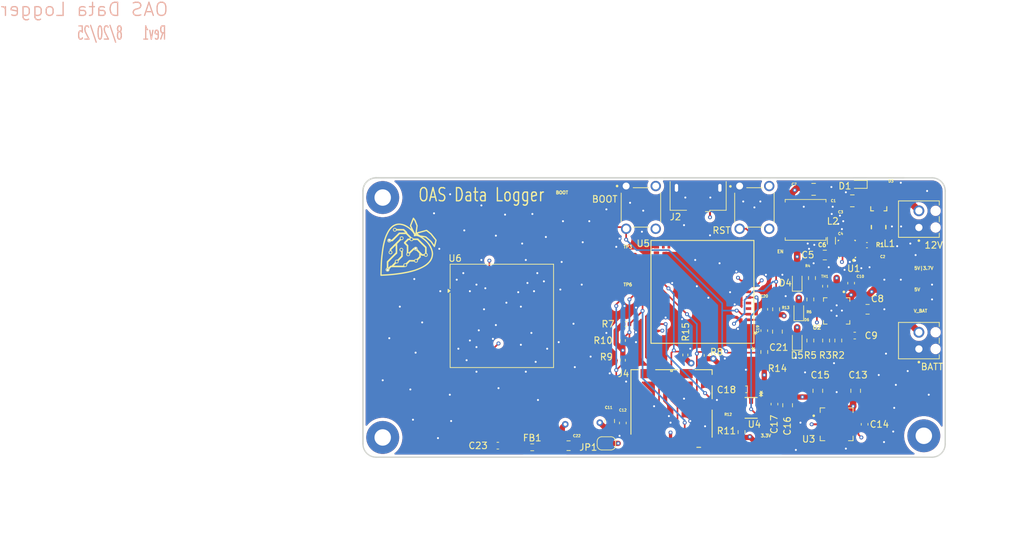
<source format=kicad_pcb>
(kicad_pcb (version 20241229) (generator "pcbnew") (generator_version "9.0")
  (layers (0 "F.Cu" signal) (4 "In1.Cu" power) (6 "In2.Cu" power) (2 "B.Cu" signal) (13 "F.Paste" user) (15 "B.Paste" user) (5 "F.SilkS" user "F.Silkscreen") (7 "B.SilkS" user "B.Silkscreen") (1 "F.Mask" user) (3 "B.Mask" user) (25 "Edge.Cuts" user))
  (net 0 "")
  (net 1 "GND")
  (net 2 "+12V")
  (net 3 "Net-(C2-Pad1)")
  (net 4 "Net-(U1-VCC)")
  (net 5 "Net-(U1-SW)")
  (net 7 "Net-(U1-BOOT)")
  (net 8 "+5V")
  (net 9 "/V_BAT")
  (net 10 "/5V_3.3V LDO/5V{slash}3.7V")
  (net 11 "/EN_SWITCH/V_OUT")
  (net 12 "Net-(U3-NR)")
  (net 13 "/5V_3.3V LDO/3.3V")
  (net 14 "Net-(U6-VCC)")
  (net 15 "/D+")
  (net 16 "/D-")
  (net 17 "Net-(D4-K)")
  (net 18 "Net-(D5-K)")
  (net 19 "Net-(D6-K)")
  (net 20 "/CMD")
  (net 21 "/SW_DET")
  (net 22 "/CLK")
  (net 23 "/DAT1")
  (net 24 "/DAT2")
  (net 25 "/DAT3")
  (net 26 "/DAT0")
  (net 27 "Net-(JP1-B)")
  (net 28 "Net-(U2-PROG1)")
  (net 29 "Net-(U2-PROG3)")
  (net 30 "Net-(U2-~{PG})")
  (net 31 "Net-(U2-STAT1{slash}*LBO)")
  (net 32 "Net-(U2-STAT2)")
  (net 33 "Net-(U4-*FAULT)")
  (net 34 "Net-(U4-ILIM)")
  (net 35 "Net-(U5-EN)")
  (net 36 "Net-(U5-IO0)")
  (net 37 "Net-(U2-THERM)")
  (net 38 "/RXD")
  (net 39 "/TXD")
  (net 46 "/EN")
  (net 54 "/EXTINT")
  (net 67 "/1SEC")
  (net 73 "/ESP32-S3-MINI-1U/IO35")
  (net 74 "/ESP32-S3-MINI-1U/TXD")
  (net 75 "/ESP32-S3-MINI-1U/IO34")
  (net 76 "/ESP32-S3-MINI-1U/RXD")
  (net 77 "/12V_5V BUCK/V_IN_BUCK")
  (net 78 "/12V_5V BUCK/PI_IN")
  (footprint "Capacitor_SMD:C_0603_1608Metric" (layer "F.Cu") (at 191.8782 94.7824 90)
    (property "Reference" "C10")
    (property "Value" "4.7uF")
  )
  (footprint "Resistor_SMD:R_0603_1608Metric" (layer "F.Cu") (at 188.0782 103.5074 -90)
    (property "Reference" "R3")
    (property "Value" "10k")
  )
  (footprint "footprints:CAPC1005X55N" (layer "F.Cu") (at 188.8782 88.3274 90)
    (property "Reference" "C6")
    (property "Value" "100nF")
  )
  (footprint "Resistor_SMD:R_0603_1608Metric" (layer "F.Cu") (at 185.6782 97.2574 -90)
    (property "Reference" "R6")
    (property "Value" "470")
  )
  (footprint "Capacitor_SMD:C_0805_2012Metric" (layer "F.Cu") (at 187.8782 90.5074 180)
    (property "Reference" "C5")
    (property "Value" "1uF")
  )
  (footprint "Resistor_SMD:R_0402_1005Metric" (layer "F.Cu") (at 169.9282 105.7674 90)
    (property "Reference" "R8")
    (property "Value" "10k")
  )
  (footprint "footprints:TP_245X165" (layer "F.Cu") (at 199.4282 99.0074)
    (property "Reference" "V_BAT")
    (property "Value" "V_BAT")
  )
  (footprint "Capacitor_SMD:C_0603_1608Metric" (layer "F.Cu") (at 180.224 113.1856 -90)
    (property "Reference" "C17")
    (property "Value" "0.1uF")
  )
  (footprint "Resistor_SMD:R_0603_1608Metric" (layer "F.Cu") (at 189.9282 103.5074 -90)
    (property "Reference" "R2")
    (property "Value" "1k")
  )
  (footprint "Diode_SMD:D_SOD-523" (layer "F.Cu") (at 193.0582 79.7574 180)
    (property "Reference" "D1")
    (property "Value" "TVS")
  )
  (footprint "footprints:TP_245X165" (layer "F.Cu") (at 150.6782 81.0074)
    (property "Reference" "BOOT")
    (property "Value" "BOOT")
  )
  (footprint "Capacitor_SMD:C_0805_2012Metric" (layer "F.Cu") (at 186.8182 111.1574 90)
    (property "Reference" "C15")
    (property "Value" "10uF")
  )
  (footprint "Capacitor_SMD:C_0805_2012Metric" (layer "F.Cu") (at 148.9282 119.5074)
    (property "Reference" "C22")
    (property "Value" "10uF")
  )
  (footprint "footprints:PHOENIX_1725656" (layer "F.Cu") (at 205.2782 106.2974 90)
    (property "Reference" "BATT")
    (property "Value" "BATTERY_PLUG")
  )
  (footprint "LED_SMD:LED_0603_1608Metric" (layer "F.Cu") (at 183.9282 99.0074 90)
    (property "Reference" "D6")
    (property "Value" "LED")
  )
  (footprint "footprints:PHOENIX_1725656" (layer "F.Cu") (at 205.2782 87.8149 90)
    (property "Reference" "12V")
    (property "Value" "12V_Tractor")
  )
  (footprint "footprints:CAPC2012X94N" (layer "F.Cu") (at 192.5582 87.0074 180)
    (property "Reference" "C4")
    (property "Value" "100nF")
  )
  (footprint "Resistor_SMD:R_0402_1005Metric" (layer "F.Cu") (at 187.9282 95.2474 -90)
    (property "Reference" "TH1")
    (property "Value" "10k")
  )
  (footprint "Resistor_SMD:R_0603_1608Metric" (layer "F.Cu") (at 185.9282 94.0074 -90)
    (property "Reference" "R4")
    (property "Value" "470")
  )
  (footprint "footprints:SW_TL1105TF160Q" (layer "F.Cu") (at 177.1782 83.2574 -90)
    (property "Reference" "RST")
    (property "Value" "RESET")
  )
  (footprint "LED_SMD:LED_0603_1608Metric" (layer "F.Cu") (at 183.6782 94.5074 90)
    (property "Reference" "D4")
    (property "Value" "LED")
  )
  (footprint "Capacitor_SMD:C_0603_1608Metric" (layer "F.Cu") (at 157.1782 116.0574 90)
    (property "Reference" "C12")
    (property "Value" "0.1uF")
  )
  (footprint "Capacitor_SMD:C_0805_2012Metric" (layer "F.Cu") (at 182.224 113.3574 -90)
    (property "Reference" "C16")
    (property "Value" "10uF")
  )
  (footprint "footprints:TP_245X165" (layer "F.Cu") (at 157.9282 93.2574)
    (property "Reference" "TP6")
    (property "Value" "TXD")
  )
  (footprint "Resistor_SMD:R_0603_1608Metric" (layer "F.Cu") (at 185.6782 103.5074 90)
    (property "Reference" "R5")
    (property "Value" "470")
  )
  (footprint "footprints:RPE0009A-MFG" (layer "F.Cu") (at 191.237731 89.5824 180)
    (property "Reference" "U1")
    (property "Value" "LMR43620MSC5-Q1RPE")
  )
  (footprint "footprints:CAPC3216X190N" (layer "F.Cu") (at 186.1782 80.5074)
    (property "Reference" "C7")
    (property "Value" "22uF")
  )
  (footprint "footprints:CAPC3216X190N" (layer "F.Cu") (at 192.0582 82.2574 180)
    (property "Reference" "C1")
    (property "Value" "10uF")
  )
  (footprint "footprints:CR_SMP_DO-220AA_VIS" (layer "F.Cu") (at 196.0782 81.8556)
    (property "Reference" "D3")
    (property "Value" "D_Schottky")
  )
  (footprint "LED_SMD:LED_0603_1608Metric" (layer "F.Cu") (at 183.6782 103.5074 90)
    (property "Reference" "D5")
    (property "Value" "LED")
  )
  (footprint "footprints:RES_ERJ3EKF10R0V" (layer "F.Cu") (at 194.2832 89.0074)
    (property "Reference" "R1")
    (property "Value" "10")
  )
  (footprint "Resistor_SMD:R_0603_1608Metric" (layer "F.Cu") (at 180.4782 98.7574 90)
    (property "Reference" "R13")
    (property "Value" "10k")
  )
  (footprint "footprints:CAPC2012X150N" (layer "F.Cu") (at 192.5582 84.7574 180)
    (property "Reference" "C3")
    (property "Value" "4.7uF")
  )
  (footprint "footprints:ESP32-S3-MINI-1U_EXP" (layer "F.Cu") (at 169.2782 96.1074 180)
    (property "Reference" "U5")
    (property "Value" "ESP32-S3-MINI-1U-N8")
  )
  (footprint "Capacitor_SMD:C_0805_2012Metric" (layer "F.Cu") (at 155.1782 115.7574 90)
    (property "Reference" "C11")
    (property "Value" "10uF")
  )
  (footprint "Resistor_SMD:R_0402_1005Metric" (layer "F.Cu") (at 157.6782 101.0074)
    (property "Reference" "R7")
    (property "Value" "10k")
  )
  (footprint "footprints:CAPC2012X150N" (layer "F.Cu") (at 194.4782 90.7574 180)
    (property "Reference" "C2")
    (property "Value" "4.7uF")
  )
  (footprint "Connector_USB:USB_Micro-B_Amphenol_10118193-0001LF_Horizontal" (layer "F.Cu") (at 168.6282 80.2824 180)
    (property "Reference" "J2")
    (property "Value" "USB_B_Micro")
  )
  (footprint "footprints:TP_245X165" (layer "F.Cu") (at 199.4282 95.7574)
    (property "Reference" "5V")
    (property "Value" "5V")
  )
  (footprint "MountingHole:MountingHole_2.5mm_Pad" (layer "F.Cu") (at 120.6782 81.7574)
    (property "Reference" "REF**" (hide yes))
    (property "Value" "MountingHole_2.5mm_Pad")
  )
  (footprint "Capacitor_SMD:C_0603_1608Metric" (layer "F.Cu") (at 178.6782 98.7574 90)
    (property "Reference" "C20")
    (property "Value" "1uF")
  )
  (footprint "footprints:104031-0811_MOL" (layer "F.Cu") (at 164.5782 113.8574)
    (property "Reference" "J4")
    (property "Value" "MICRO_SD")
  )
  (footprint "footprints:SW_TL1105TF160Q" (layer "F.Cu") (at 159.9282 83.2574 -90)
    (property "Reference" "BOOT")
    (property "Value" "BOOT")
  )
  (footprint "Capacitor_SMD:C_0603_1608Metric" (layer "F.Cu") (at 192.4282 102.7574)
    (property "Reference" "C9")
    (property "Value" "4.7uF")
  )
  (footprint "Capacitor_SMD:C_0603_1608Metric" (layer "F.Cu") (at 138.1782 119.5074 180)
    (property "Reference" "C23")
    (property "Value" "1uF")
  )
  (footprint "Resistor_SMD:R_0402_1005Metric" (layer "F.Cu") (at 157.1782 103.5074 90)
    (property "Reference" "R10")
    (property "Value" "10k")
  )
  (footprint "MountingHole:MountingHole_2.5mm_Pad" (layer "F.Cu") (at 120.6782 118.2574)
    (property "Reference" "REF**" (hide yes))
    (property "Value" "MountingHole_2.5mm_Pad")
  )
  (footprint "Resistor_SMD:R_0603_1608Metric" (layer "F.Cu") (at 143.4032 119.7574)
    (property "Reference" "FB1")
    (property "Value" "FerriteBead")
  )
  (footprint "Capacitor_SMD:C_0805_2012Metric" (layer "F.Cu") (at 180.6782 102.1574 -90)
    (property "Reference" "C21")
    (property "Value" "10uF")
  )
  (footprint "Capacitor_SMD:C_0805_2012Metric" (layer "F.Cu") (at 194.3782 98.7574)
    (property "Reference" "C8")
    (property "Value" "10uF")
  )
  (footprint "footprints:strawberry_silkscreen_small" (layer "F.Cu") (at 124.6282 89.4574)
    (property "Reference" "G***" (hide yes))
    (property "Value" "LOGO" (hide yes))
  )
  (footprint "Jumper:SolderJumper-2_P1.3mm_Open_RoundedPad1.0x1.5mm" (layer "F.Cu") (at 154.6782 119.1574 180)
    (property "Reference" "JP1")
    (property "Value" "Jumper_2_Open")
  )
  (footprint "Capacitor_SMD:C_0603_1608Metric" (layer "F.Cu") (at 175.974 110.9356)
    (property "Reference" "C18")
    (property "Value" "0.1uF")
  )
  (footprint "Inductor_SMD:L_TDK_VLS6045EX_VLS6045AF" (layer "F.Cu") (at 184.9582 85.1574 180)
    (property "Reference" "L2")
    (property "Value" "2.2uH")
  )
  (footprint "footprints:QFN65P500X500X100-21N" (layer "F.Cu") (at 189.6782 116.2574)
    (property "Reference" "U3")
    (property "Value" "TPS7A4700RGWR")
  )
  (footprint "MountingHole:MountingHole_2.5mm_Pad" (layer "F.Cu") (at 202.9282 118.0074)
    (property "Reference" "REF**" (hide yes))
    (property "Value" "MountingHole_2.5mm_Pad")
  )
  (footprint "footprints:RESC1005X35N" (layer "F.Cu") (at 173.224 113.6856 180)
    (property "Reference" "R12")
    (property "Value" "40k")
  )
  (footprint "footprints:TP_245X165" (layer "F.Cu") (at 157.9282 91.0074)
    (property "Reference" "TP3")
    (property "Value" "RXD")
  )
  (footprint "Capacitor_SMD:C_0805_2012Metric" (layer "F.Cu") (at 192.5682 111.1574 90)
    (property "Reference" "C13")
    (property "Value" "10uF")
  )
  (footprint "Capacitor_SMD:C_0603_1608Metric" (layer "F.Cu") (at 193.9282 116.2574 -90)
    (property "Reference" "C14")
    (property "Value" "1uF")
  )
  (footprint "footprints:WE-MAPI_2510" (layer "F.Cu") (at 196.0582 86.2574 -90)
    (property "Reference" "L1")
    (property "Value" "330nH")
  )
  (footprint "Resistor_SMD:R_0603_1608Metric" (layer "F.Cu") (at 175.224 117.4356 90)
    (property "Reference" "R11")
    (property "Value" "10k")
  )
  (footprint "Resistor_SMD:R_0603_1608Metric" (layer "F.Cu") (at 178.6782 105.2574 90)
    (property "Reference" "R14")
    (property "Value" "10k")
  )
  (footprint "Capacitor_SMD:C_0603_1608Metric" (layer "F.Cu") (at 178.6782 102.0074 -90)
    (property "Reference" "C19")
    (property "Value" "0.1uF")
  )
  (footprint "RF_GPS:ublox_SAM-M8Q" (layer "F.Cu") (at 138.7907 99.7574)
    (property "Reference" "U6")
    (property "Value" "SAM-M10Q")
  )
  (footprint "footprints:TP_245X165" (layer "F.Cu") (at 199.4282 92.5074)
    (property "Reference" "5V|3.7V")
    (property "Value" "V_BAT_IC")
  )
  (footprint "footprints:TP_245X165" (layer "F.Cu") (at 179.6782 119.5574)
    (property "Reference" "3.3V")
    (property "Value" "3.3V")
  )
  (footprint "Resistor_SMD:R_0402_1005Metric" (layer "F.Cu") (at 166.6782 105.7074 90)
    (property "Reference" "R15")
    (property "Value" "10k")
  )
  (footprint "footprints:SOT26-A1-AP22653Q_DIO" (layer "F.Cu") (at 176.6782 113.7574 180)
    (property "Reference" "U4")
    (property "Value" "AP22653QW6-7")
  )
  (footprint "footprints:QFN50P400X400X100-21N" (layer "F.Cu") (at 189.6782 99.0074 -90)
    (property "Reference" "U2")
    (property "Value" "MCP73871-2CCI_ML")
  )
  (footprint "Resistor_SMD:R_0402_1005Metric" (layer "F.Cu") (at 157.1782 106.5074 -90)
    (property "Reference" "R9")
    (property "Value" "10k")
  )
  (footprint "footprints:TP_245X165" (layer "F.Cu") (at 181.0782 91.5574)
    (property "Reference" "EN")
    (property "Value" "EN")
  )
  (gr_line (start 117.6782 119.2574) (end 117.6782 80.7574) (stroke (width 0.2)) (layer "Edge.Cuts"))
  (gr_arc (start 204.1782 78.7574) (mid 205.592414 79.343186) (end 206.1782 80.7574) (stroke (width 0.2)) (layer "Edge.Cuts"))
  (gr_line (start 119.6782 78.7574) (end 204.1782 78.7574) (stroke (width 0.2)) (layer "Edge.Cuts"))
  (gr_arc (start 117.6782 80.7574) (mid 118.263986 79.343186) (end 119.6782 78.7574) (stroke (width 0.2)) (layer "Edge.Cuts"))
  (gr_arc (start 119.6782 121.2574) (mid 118.263986 120.671614) (end 117.6782 119.2574) (stroke (width 0.2)) (layer "Edge.Cuts"))
  (gr_line (start 206.1782 80.7574) (end 206.1782 119.2574) (stroke (width 0.2)) (layer "Edge.Cuts"))
  (gr_line (start 204.1782 121.2574) (end 119.6782 121.2574) (stroke (width 0.2)) (layer "Edge.Cuts"))
  (gr_line (start 119.6782 78.7574) (end 199.9282 78.7574) (stroke (width 0.2)) (layer "Edge.Cuts"))
  (gr_arc (start 117.6782 80.7574) (mid 118.263986 79.343186) (end 119.6782 78.7574) (stroke (width 0.2)) (layer "Edge.Cuts"))
  (gr_arc (start 206.1782 119.2574) (mid 205.592414 120.671614) (end 204.1782 121.2574) (stroke (width 0.2)) (layer "Edge.Cuts"))
  (gr_line (start 117.6782 119.2574) (end 117.6782 80.7574) (stroke (width 0.2)) (layer "Edge.Cuts"))
  (gr_text "OAS Data Logger" (at 125.9782 82.5074 0) (layer "F.SilkS") (effects (font (size 2 1.5) (thickness 0.2)) (justify left bottom)))
  (gr_text "OAS Data Logger" (at 88.2282 54.3042 0) (layer "B.SilkS") (effects (font (size 2 2) (thickness 0.2)) (justify left bottom mirror)))
  (gr_text "Rev1    8/20/25\n" (at 87.8782 57.9042 0) (layer "B.SilkS") (effects (font (size 2 1) (thickness 0.2)) (justify left bottom mirror)))
  (segment (start 189.6782 97.0724) (end 189.6782 99.0074) (width 0.2) (layer "F.Cu") (net 1))
  (segment (start 173.4282 96.1074) (end 173.4782 96.1574) (width 0.25) (layer "F.Cu") (net 1))
  (segment (start 193.8082 91.0074) (end 193.8082 90.2074) (width 0.25) (layer "F.Cu") (net 1))
  (segment (start 188.6782 100.9424) (end 187.7942 100.0584) (width 0.25) (layer "F.Cu") (net 1))
  (segment (start 187.7942 100.0584) (end 187.7432 100.0584) (width 0.25) (layer "F.Cu") (net 1))
  (via (at 186.1782 91.7574) (size 0.6) (drill 0.3) (layers "F.Cu" "B.Cu") (net 1))
  (via (at 185.2782 88.7574) (size 0.6) (drill 0.3) (layers "F.Cu" "B.Cu") (net 1))
  (via (at 133.9282 96.0074) (size 0.6) (drill 0.3) (layers "F.Cu" "B.Cu") (net 1))
  (via (at 198.2782 117.3574) (size 0.6) (drill 0.3) (layers "F.Cu" "B.Cu") (net 1))
  (via (at 198.8782 89.1574) (size 0.6) (drill 0.3) (layers "F.Cu" "B.Cu") (net 1))
  (via (at 204.1782 97.2574) (size 0.6) (drill 0.3) (layers "F.Cu" "B.Cu") (net 1))
  (via (at 141.6782 104.1574) (size 0.6) (drill 0.3) (layers "F.Cu" "B.Cu") (net 1))
  (via (at 171.4782 112.5574) (size 0.6) (drill 0.3) (layers "F.Cu" "B.Cu") (net 1))
  (via (at 170.4282 87.5074) (size 0.6) (drill 0.3) (layers "F.Cu" "B.Cu") (net 1))
  (via (at 173.4782 96.1574) (size 0.6) (drill 0.3) (layers "F.Cu" "B.Cu") (net 1))
  (via (at 120.6782 109.5574) (size 0.6) (drill 0.3) (layers "F.Cu" "B.Cu") (net 1))
  (via (at 160.0782 86.9574) (size 0.6) (drill 0.3) (layers "F.Cu" "B.Cu") (net 1))
  (via (at 134.9282 104.5074) (size 0.6) (drill 0.3) (layers "F.Cu" "B.Cu") (net 1))
  (via (at 143.2782 102.3574) (size 0.6) (drill 0.3) (layers "F.Cu" "B.Cu") (net 1))
  (via (at 190.8782 92.7574) (size 0.6) (drill 0.3) (layers "F.Cu" "B.Cu") (net 1))
  (via (at 198.6782 110.2574) (size 0.6) (drill 0.3) (layers "F.Cu" "B.Cu") (net 1))
  (via (at 147.4282 103.7574) (size 0.6) (drill 0.3) (layers "F.Cu" "B.Cu") (net 1))
  (via (at 184.1782 116.0074) (size 0.6) (drill 0.3) (layers "F.Cu" "B.Cu") (net 1))
  (via (at 152.2782 105.9574) (size 0.6) (drill 0.3) (layers "F.Cu" "B.Cu") (net 1))
  (via (at 199.4282 79.5074) (size 0.6) (drill 0.3) (layers "F.Cu" "B.Cu") (net 1))
  (via (at 172.6782 106.2574) (size 0.6) (drill 0.3) (layers "F.Cu" "B.Cu") (net 1))
  (via (at 186.2782 88.9574) (size 0.6) (drill 0.3) (layers "F.Cu" "B.Cu") (net 1))
  (via (at 188.9282 84.2574) (size 0.6) (drill 0.3) (layers "F.Cu" "B.Cu") (net 1))
  (via (at 130.9282 81.2574) (size 0.6) (drill 0.3) (layers "F.Cu" "B.Cu") (net 1))
  (via (at 189.0782 83.1574) (size 0.6) (drill 0.3) (layers "F.Cu" "B.Cu") (net 1))
  (via (at 141.2782 96.1574) (size 0.6) (drill 0.3) (layers "F.Cu" "B.Cu") (net 1))
  (via (at 142.4282 108.2574) (size 0.6) (drill 0.3) (layers "F.Cu" "B.Cu") (net 1))
  (via (at 135.6782 91.2574) (size 0.6) (drill 0.3) (layers "F.Cu" "B.Cu") (net 1))
  (via (at 136.2782 95.5574) (size 0.6) (drill 0.3) (layers "F.Cu" "B.Cu") (net 1))
  (via (at 137.4282 103.2574) (size 0.6) (drill 0.3) (layers "F.Cu" "B.Cu") (net 1))
  (via (at 143.9282 106.7574) (size 0.6) (drill 0.3) (layers "F.Cu" "B.Cu") (net 1))
  (via (at 156.6782 88.0074) (size 0.6) (drill 0.3) (layers "F.Cu" "B.Cu") (net 1))
  (via (at 133.9282 103.5074) (size 0.6) (drill 0.3) (layers "F.Cu" "B.Cu") (net 1))
  (via (at 141.6782 98.3574) (size 0.6) (drill 0.3) (layers "F.Cu" "B.Cu") (net 1))
  (via (at 183.4782 120.1574) (size 0.6) (drill 0.3) (layers "F.Cu" "B.Cu") (net 1))
  (via (at 125.6782 89.5074) (size 0.6) (drill 0.3) (layers "F.Cu" "B.Cu") (net 1))
  (via (at 190.1782 84.5074) (size 0.6) (drill 0.3) (layers "F.Cu" "B.Cu") (net 1))
  (via (at 149.8782 107.5574) (size 0.6) (drill 0.3) (layers "F.Cu" "B.Cu") (net 1))
  (via (at 166.1782 100.2574) (size 0.6) (drill 0.3) (layers "F.Cu" "B.Cu") (net 1))
  (via (at 203.4282 80.7574) (size 0.6) (drill 0.3) (layers "F.Cu" "B.Cu") (net 1))
  (via (at 174.4282 93.0074) (size 0.6) (drill 0.3) (layers "F.Cu" "B.Cu") (net 1))
  (via (at 137.8782 101.1574) (size 0.6) (drill 0.3) (layers "F.Cu" "B.Cu") (net 1))
  (via (at 156.1782 89.2574) (size 0.6) (drill 0.3) (layers "F.Cu" "B.Cu") (net 1))
  (via (at 188.4782 92.3574) (size 0.6) (drill 0.3) (layers "F.Cu" "B.Cu") (net 1))
  (via (at 158.2782 82.5574) (size 0.6) (drill 0.3) (layers "F.Cu" "B.Cu") (net 1))
  (via (at 196.0782 108.7574) (size 0.6) (drill 0.3) (layers "F.Cu" "B.Cu") (net 1))
  (via (at 168.4282 95.2574) (size 0.6) (drill 0.3) (layers "F.Cu" "B.Cu") (net 1))
  (via (at 197.1782 105.5074) (size 0.6) (drill 0.3) (layers "F.Cu" "B.Cu") (net 1))
  (via (at 136.0782 98.7574) (size 0.6) (drill 0.3) (layers "F.Cu" "B.Cu") (net 1))
  (via (at 190.6782 85.3574) (size 0.6) (drill 0.3) (layers "F.Cu" "B.Cu") (net 1))
  (via (at 190.4782 86.5574) (size 0.6) (drill 0.3) (layers "F.Cu" "B.Cu") (net 1))
  (via (at 159.1782 103.7574) (size 0.6) (drill 0.3) (layers "F.Cu" "B.Cu") (net 1))
  (via (at 145.4782 87.7574) (size 0.6) (drill 0.3) (layers "F.Cu" "B.Cu") (net 1))
  (via (at 194.6782 92.3574) (size 0.6) (drill 0.3) (layers "F.Cu" "B.Cu") (net 1))
  (via (at 143.4282 84.2574) (size 0.6) (drill 0.3) (layers "F.Cu" "B.Cu") (net 1))
  (via (at 198.0782 86.1574) (size 0.6) (drill 0.3) (layers "F.Cu" "B.Cu") (net 1))
  (via (at 159.1782 102.2574) (size 0.6) (drill 0.3) (layers "F.Cu" "B.Cu") (net 1))
  (via (at 123.2782 98.3574) (size 0.6) (drill 0.3) (layers "F.Cu" "B.Cu") (net 1))
  (via (at 125.4782 94.1574) (size 0.6) (drill 0.3) (layers "F.Cu" "B.Cu") (net 1))
  (via (at 189.6782 99.7574) (size 0.6) (drill 0.3) (layers "F.Cu" "B.Cu") (net 1))
  (via (at 139.2782 84.3574) (size 0.6) (drill 0.3) (layers "F.Cu" "B.Cu") (net 1))
  (via (at 159.1782 98.5074) (size 0.6) (drill 0.3) (layers "F.Cu" "B.Cu") (net 1))
  (via (at 141.8782 88.7574) (size 0.6) (drill 0.3) (layers "F.Cu" "B.Cu") (net 1))
  (via (at 163.6782 100.0074) (size 0.6) (drill 0.3) (layers "F.Cu" "B.Cu") (net 1))
  (via (at 132.1782 104.7574) (size 0.6) (drill 0.3) (layers "F.Cu" "B.Cu") (net 1))
  (via (at 198.4282 113.7574) (size 0.6) (drill 0.3) (layers "F.Cu" "B.Cu") (net 1))
  (via (at 177.1782 83.2574) (size 0.6) (drill 0.3) (layers "F.Cu" "B.Cu") (net 1))
  (via (at 175.4782 82.3574) (size 0.6) (drill 0.3) (layers "F.Cu" "B.Cu") (net 1))
  (via (at 171.8782 91.7574) (size 0.6) (drill 0.3) (layers "F.Cu" "B.Cu") (net 1))
  (via (at 191.0782 119.9574) (size 0.6) (drill 0.3) (layers "F.Cu" "B.Cu") (net 1))
  (via (at 183.4782 106.1574) (size 0.6) (drill 0.3) (layers "F.Cu" "B.Cu") (net 1))
  (via (at 155.1782 108.5074) (size 0.6) (drill 0.3) (layers "F.Cu" "B.Cu") (net 1))
  (via (at 169.6782 116.5574) (size 0.6) (drill 0.3) (layers "F.Cu" "B.Cu") (net 1))
  (via (at 157.4282 98.2574) (size 0.6) (drill 0.3) (layers "F.Cu" "B.Cu") (net 1))
  (via (at 170.1782 97.0074) (size 0.6) (drill 0.3) (layers "F.Cu" "B.Cu") (net 1))
  (via (at 167.4282 104.7574) (size 0.6) (drill 0.3) (layers "F.Cu" "B.Cu") (net 1))
  (via (at 131.9282 94.2574) (size 0.6) (drill 0.3) (layers "F.Cu" "B.Cu") (net 1))
  (via (at 135.2782 101.9574) (size 0.6) (drill 0.3) (layers "F.Cu" "B.Cu") (net 1))
  (via (at 164.6782 94.7574) (size 0.6) (drill 0.3) (layers "F.Cu" "B.Cu") (net 1))
  (via (at 154.6782 102.3574) (size 0.6) (drill 0.3) (layers "F.Cu" "B.Cu") (net 1))
  (via (at 178.9282 93.5074) (size 0.6) (drill 0.3) (layers "F.Cu" "B.Cu") (net 1))
  (via (at 188.8782 80.1574) (size 0.6) (drill 0.3) (layers "F.Cu" "B.Cu") (net 1))
  (via (at 181.9282 96.7574) (size 0.6) (drill 0.3) (layers "F.Cu" "B.Cu") (net 1))
  (via (at 166.6782 81.7574) (size 0.6) (drill 0.3) (layers "F.Cu" "B.Cu") (net 1))
  (via (at 130.8782 111.7574) (size 0.6) (drill 0.3) (layers "F.Cu" "B.Cu") (net 1))
  (via (at 142.6782 94.7574) (size 0.6) (drill 0.3) (layers "F.Cu" "B.Cu") (net 1))
  (via (at 174.6782 101.7574) (size 0.6) (drill 0.3) (layers "F.Cu" "B.Cu") (net 1))
  (via (at 166.4782 85.9574) (size 0.6) (drill 0.3) (layers "F.Cu" "B.Cu") (net 1))
  (via (at 199.4282 94.2574) (size 0.6) (drill 0.3) (layers "F.Cu" "B.Cu") (net 1))
  (via (at 121.6782 103.1574) (size 0.6) (drill 0.3) (layers "F.Cu" "B.Cu") (net 1))
  (via (at 185.4782 89.5574) (size 0.6) (drill 0.3) (layers "F.Cu" "B.Cu") (net 1))
  (via (at 189.2782 106.9574) (size 0.6) (drill 0.3) (layers "F.Cu" "B.Cu") (net 1))
  (via (at 204.1782 95.0074) (size 0.6) (drill 0.3) (layers "F.Cu" "B.Cu") (net 1))
  (via (at 156.6782 118.0074) (size 0.6) (drill 0.3) (layers "F.Cu" "B.Cu") (net 1))
  (via (at 139.4782 97.7574) (size 0.6) (drill 0.3) (layers "F.Cu" "B.Cu") (net 1))
  (via (at 129.4282 96.0074) (size 0.6) (drill 0.3) (layers "F.Cu" "B.Cu") (net 1))
  (via (at 164.1782 115.0074) (size 0.6) (drill 0.3) (layers "F.Cu" "B.Cu") (net 1))
  (via (at 174.1782 98.0074) (size 0.6) (drill 0.3) (layers "F.Cu" "B.Cu") (net 1))
  (via (at 131.0782 115.7574) (size 0.6) (drill 0.3) (layers "F.Cu" "B.Cu") (net 1))
  (via (at 133.0782 86.7574) (size 0.6) (drill 0.3) (layers "F.Cu" "B.Cu") (net 1))
  (via (at 188.8782 98.9574) (size 0.6) (drill 0.3) (layers "F.Cu" "B.Cu") (net 1))
  (via (at 161.9282 113.5074) (size 0.6) (drill 0.3) (layers "F.Cu" "B.Cu") (net 1))
  (via (at 149.6782 100.9574) (size 0.6) (drill 0.3) (layers "F.Cu" "B.Cu") (net 1))
  (via (at 129.0782 118.3574) (size 0.6) (drill 0.3) (layers "F.Cu" "B.Cu") (net 1))
  (via (at 170.4782 81.7574) (size 0.6) (drill 0.3) (layers "F.Cu" "B.Cu") (net 1))
  (via (at 196.9282 94.2574) (size 0.6) (drill 0.3) (layers "F.Cu" "B.Cu") (net 1))
  (via (at 124.8782 110.9574) (size 0.6) (drill 0.3) (layers "F.Cu" "B.Cu") (net 1))
  (via (at 135.6782 82.9574) (size 0.6) (drill 0.3) (layers "F.Cu" "B.Cu") (net 1))
  (via (at 178.0782 82.3574) (size 0.6) (drill 0.3) (layers "F.Cu" "B.Cu") (net 1))
  (via (at 129.2782 89.5574) (size 0.6) (drill 0.3) (layers "F.Cu" "B.Cu") (net 1))
  (via (at 192.4782 91.3574) (size 0.6) (drill 0.3) (layers "F.Cu" "B.Cu") (net 1))
  (via (at 132.9282 93.2574) (size 0.6) (drill 0.3) (layers "F.Cu" "B.Cu") (net 1))
  (via (at 191.6782 91.5574) (size 0.6) (drill 0.3) (layers "F.Cu" "B.Cu") (net 1))
  (via (at 181.4282 93.5074) (size 0.6) (drill 0.3) (layers "F.Cu" "B.Cu") (net 1))
  (via (at 145.1782 94.5074) (size 0.6) (drill 0.3) (layers "F.Cu" "B.Cu") (net 1))
  (via (at 148.0782 85.3574) (size 0.6) (drill 0.3) (layers "F.Cu" "B.Cu") (net 1))
  (via (at 184.6782 83.1574) (size 0.6) (drill 0.3) (layers "F.Cu" "B.Cu") (net 1))
  (via (at 152.0782 85.3574) (size 0.6) (drill 0.3) (layers "F.Cu" "B.Cu") (net 1))
  (via (at 196.9282 98.7574) (size 0.6) (drill 0.3) (layers "F.Cu" "B.Cu") (net 1))
  (via (at 142.4282 91.2574) (size 0.6) (drill 0.3) (layers "F.Cu" "B.Cu") (net 1))
  (via (at 166.4782 112.3574) (size 0.6) (drill 0.3) (layers "F.Cu" "B.Cu") (net 1))
  (via (at 133.4282 106.5074) (size 0.6) (drill 0.3) (layers "F.Cu" "B.Cu") (net 1))
  (via (at 134.9282 95.0074) (size 0.6) (drill 0.3) (layers "F.Cu" "B.Cu") (net 1))
  (via (at 125.6782 105.3574) (size 0.6) (drill 0.3) (layers "F.Cu" "B.Cu") (net 1))
  (via (at 150.9282 95.0074) (size 0.6) (drill 0.3) (layers "F.Cu" "B.Cu") (net 1))
  (via (at 134.9282 108.2574) (size 0.6) (drill 0.3) (layers "F.Cu" "B.Cu") (net 1))
  (via (at 167.4282 115.7574) (size 0.6) (drill 0.3) (layers "F.Cu" "B.Cu") (net 1))
  (via (at 121.4282 92.7574) (size 0.6) (drill 0.3) (layers "F.Cu" "B.Cu") (net 1))
  (via (at 203.6782 111.7574) (size 0.6) (drill 0.3) (layers "F.Cu" "B.Cu") (net 1))
  (via (at 184.8782 108.3574) (size 0.6) (drill 0.3) (layers "F.Cu" "B.Cu") (net 1))
  (via (at 199.4782 86.1574) (size 0.6) (drill 0.3) (layers "F.Cu" "B.Cu") (net 1))
  (via (at 190.4782 98.9574) (size 0.6) (drill 0.3) (layers "F.Cu" "B.Cu") (net 1))
  (via (at 137.8782 87.5574) (size 0.6) (drill 0.3) (layers "F.Cu" "B.Cu") (net 1))
  (via (at 151.0782 88.5574) (size 0.6) (drill 0.3) (layers "F.Cu" "B.Cu") (net 1))
  (via (at 125.2782 115.5574) (size 0.6) (drill 0.3) (layers "F.Cu" "B.Cu") (net 1))
  (via (at 145.6782 104.7574) (size 0.6) (drill 0.3) (layers "F.Cu" "B.Cu") (net 1))
  (via (at 193.4282 92.5074) (size 0.6) (drill 0.3) (layers "F.Cu" "B.Cu") (net 1))
  (via (at 160.2782 83.7574) (size 0.6) (drill 0.3) (layers "F.Cu" "B.Cu") (net 1))
  (via (at 196.8782 118.9574) (size 0.6) (drill 0.3) (layers "F.Cu" "B.Cu") (net 1))
  (via (at 200.8782 88.7574) (size 0.6) (drill 0.3) (layers "F.Cu" "B.Cu") (net 1))
  (via (at 144.1782 93.2574) (size 0.6) (drill 0.3) (layers "F.Cu" "B.Cu") (net 1))
  (via (at 126.6782 100.7574) (size 0.6) (drill 0.3) (layers "F.Cu" "B.Cu") (net 1))
  (via (at 128.4782 84.1574) (size 0.6) (drill 0.3) (layers "F.Cu" "B.Cu") (net 1))
  (via (at 164.4282 116.0074) (size 0.6) (drill 0.3) (layers "F.Cu" "B.Cu") (net 1))
  (via (at 191.0782 80.9574) (size 0.6) (drill 0.3) (layers "F.Cu" "B.Cu") (net 1))
  (via (at 147.6782 95.7574) (size 0.6) (drill 0.3) (layers "F.Cu" "B.Cu") (net 1))
  (via (at 189.9282 85.7574) (size 0.6) (drill 0.3) (layers "F.Cu" "B.Cu") (net 1))
  (via (at 175.8782 107.9574) (size 0.6) (drill 0.3) (layers "F.Cu" "B.Cu") (net 1))
  (via (at 154.6782 83.5574) (size 0.6) (drill 0.3) (layers "F.Cu" "B.Cu") (net 1))
  (via (at 168.1782 91.2574) (size 0.6) (drill 0.3) (layers "F.Cu" "B.Cu") (net 1))
  (via (at 189.6782 111.3574) (size 0.6) (drill 0.3) (layers "F.Cu" "B.Cu") (net 1))
  (via (at 121.6782 88.2574) (size 0.6) (drill 0.3) (layers "F.Cu" "B.Cu") (net 1))
  (via (at 147.8782 91.5574) (size 0.6) (drill 0.3) (layers "F.Cu" "B.Cu") (net 1))
  (via (at 201.6782 90.5074) (size 0.6) (drill 0.3) (layers "F.Cu" "B.Cu") (net 1))
  (via (at 144.2782 112.5574) (size 0.6) (drill 0.3) (layers "F.Cu" "B.Cu") (net 1))
  (via (at 189.6782 98.1574) (size 0.6) (drill 0.3) (layers "F.Cu" "B.Cu") (net 1))
  (via (at 138.2782 110.7574) (size 0.6) (drill 0.3) (layers "F.Cu" "B.Cu") (net 1))
  (via (at 200.4782 108.1574) (size 0.6) (drill 0.3) (layers "F.Cu" "B.Cu") (net 1))
  (via (at 157.6782 109.7574) (size 0.6) (drill 0.3) (layers "F.Cu" "B.Cu") (net 1))
  (via (at 143.6782 96.0074) (size 0.6) (drill 0.3) (layers "F.Cu" "B.Cu") (net 1))
  (segment (start 201.1607 82.7574) (end 202.1782 83.7749) (width 1) (layer "F.Cu") (net 2))
  (segment (start 200.9282 82.7574) (end 201.1607 82.7574) (width 1) (layer "F.Cu") (net 2))
  (segment (start 196.0582 81.0589) (end 199.2447 81.0589) (width 1) (layer "F.Cu") (net 2))
  (segment (start 193.7582 79.7574) (end 194.7567 79.7574) (width 1) (layer "F.Cu") (net 2))
  (segment (start 194.7567 79.7574) (end 196.0582 81.0589) (width 1) (layer "F.Cu") (net 2))
  (segment (start 200.9282 82.7424) (end 200.9282 82.7574) (width 1) (layer "F.Cu") (net 2))
  (segment (start 199.2447 81.0589) (end 200.9282 82.7424) (width 1) (layer "F.Cu") (net 2))
  (segment (start 195.0082 89.0074) (end 195.0082 90.4074) (width 0.25) (layer "F.Cu") (net 3))
  (segment (start 195.0082 90.4074) (end 195.3582 90.7574) (width 0.25) (layer "F.Cu") (net 3))
  (segment (start 189.5032 89.8324) (end 190.33773 89.8324) (width 0.25) (layer "F.Cu") (net 4))
  (segment (start 188.8282 90.5074) (end 189.5032 89.8324) (width 0.25) (layer "F.Cu") (net 4))
  (segment (start 190.33773 89.3324) (end 189.7732 89.3324) (width 0.25) (layer "F.Cu") (net 7))
  (segment (start 189.7732 89.3324) (end 189.0582 88.6174) (width 0.25) (layer "F.Cu") (net 7))
  (segment (start 183.6782 102.7199) (end 183.6782 101.5074) (width 1) (layer "F.Cu") (net 8))
  (segment (start 190.572297 91.463303) (end 190.4782 91.5574) (width 0.25) (layer "F.Cu") (net 8))
  (segment (start 183.3032 80.6324) (end 183.1782 80.7574) (width 0.25) (layer "F.Cu") (net 8))
  (segment (start 187.7432 99.5074) (end 187.1032 99.5074) (width 0.25) (layer "F.Cu") (net 8))
  (segment (start 189.1782 95.2574) (end 189.6782 94.7574) (width 0.2) (layer "F.Cu") (net 8))
  (segment (start 195.0032 96.0824) (end 195.0032 96.3824) (width 0.25) (layer "F.Cu") (net 8))
  (segment (start 183.3032 80.6324) (end 183.6782 80.2574) (width 1) (layer "F.Cu") (net 8))
  (segment (start 186.6782 99.9324) (end 186.6782 100.7574) (width 0.25) (layer "F.Cu") (net 8))
  (segment (start 193.9282 97.1574) (end 193.9282 98.2574) (width 1) (layer "F.Cu") (net 8))
  (segment (start 187.1032 99.5074) (end 186.6782 99.9324) (width 0.25) (layer "F.Cu") (net 8))
  (segment (start 190.1782 97.0724) (end 190.1782 95.2574) (width 0.2) (layer "F.Cu") (net 8))
  (segment (start 170.4282 83.7074) (end 169.9282 83.2074) (width 0.3) (layer "F.Cu") (net 8))
  (segment (start 183.6782 93.7199) (end 183.6782 92.5074) (width 1) (layer "F.Cu") (net 8))
  (segment (start 195.0032 96.3824) (end 194.0782 97.3074) (width 0.25) (layer "F.Cu") (net 8))
  (segment (start 182.8582 81.0774) (end 183.3032 80.6324) (width 1) (layer "F.Cu") (net 8))
  (segment (start 191.8072 98.7574) (end 191.6132 98.5634) (width 0.25) (layer "F.Cu") (net 8))
  (segment (start 194.0782 97.3074) (end 194.0782 98.1074) (width 0.25) (layer "F.Cu") (net 8))
  (segment (start 195.0032 96.0824) (end 193.9282 97.1574) (width 1) (layer "F.Cu") (net 8))
  (segment (start 189.1782 97.0724) (end 189.1782 95.2574) (width 0.2) (layer "F.Cu") (net 8))
  (segment (start 193.1782 99.0074) (end 193.4282 98.7574) (width 0.25) (layer "F.Cu") (net 8))
  (segment (start 195.3282 95.7574) (end 199.4282 95.7574) (width 1) (layer "F.Cu") (net 8))
  (segment (start 190.1782 95.2574) (end 189.6782 94.7574) (width 0.2) (layer "F.Cu") (net 8))
  (segment (start 183.6782 85.9774) (end 182.8582 85.1574) (width 1) (layer "F.Cu") (net 8))
  (segment (start 193.1782 99.0074) (end 191.8292 99.0074) (width 1) (layer "F.Cu") (net 8))
  (segment (start 183.6782 92.5074) (end 183.6782 85.9774) (width 1) (layer "F.Cu") (net 8))
  (segment (start 183.9282 98.2199) (end 183.9282 97.0074) (width 1) (layer "F.Cu") (net 8))
  (segment (start 169.9282 83.2074) (end 169.9282 82.9574) (width 0.3) (layer "F.Cu") (net 8))
  (segment (start 189.6782 94.0074) (end 189.6782 94.7574) (width 1) (layer "F.Cu") (net 8))
  (segment (start 190.572297 90.423336) (end 190.572297 91.463303) (width 0.25) (layer "F.Cu") (net 8))
  (segment (start 170.4282 84.7574) (end 170.4282 83.7074) (width 0.3) (layer "F.Cu") (net 8))
  (segment (start 183.6782 80.2574) (end 184.8082 80.2574) (width 1) (layer "F.Cu") (net 8))
  (segment (start 193.9282 98.2574) (end 193.4282 98.7574) (width 1) (layer "F.Cu") (net 8))
  (segment (start 195.0032 96.0824) (end 195.3282 95.7574) (width 1) (layer "F.Cu") (net 8))
  (segment (start 182.8582 85.1574) (end 182.8582 81.0774) (width 1) (layer "F.Cu") (net 8))
  (via (at 183.3032 80.6324) (size 0.6) (drill 0.3) (layers "F.Cu" "B.Cu") (net 8))
  (via (at 170.4282 84.7574) (size 0.6) (drill 0.3) (layers "F.Cu" "B.Cu") (net 8))
  (via (at 186.6782 100.7574) (size 0.6) (drill 0.3) (layers "F.Cu" "B.Cu") (net 8))
  (via (at 183.6782 90.7574) (size 0.6) (drill 0.3) (layers "F.Cu" "B.Cu") (net 8))
  (via (at 190.4782 91.5574) (size 0.6) (drill 0.3) (layers "F.Cu" "B.Cu") (net 8))
  (via (at 183.9282 97.0074) (size 0.6) (drill 0.3) (layers "F.Cu" "B.Cu") (net 8))
  (via (at 183.6782 101.5074) (size 0.6) (drill 0.3) (layers "F.Cu" "B.Cu") (net 8))
  (via (at 189.6782 94.0074) (size 0.6) (drill 0.3) (layers "F.Cu" "B.Cu") (net 8))
  (via (at 195.0032 96.0824) (size 0.6) (drill 0.3) (layers "F.Cu" "B.Cu") (net 8))
  (segment (start 197.2772 101.1584) (end 199.4282 99.0074) (width 1) (layer "F.Cu") (net 9))
  (segment (start 192.9282 101.1584) (end 192.7082 101.1584) (width 1) (layer "F.Cu") (net 9))
  (segment (start 192.6782 100.7974) (end 192.3472 100.7974) (width 0.25) (layer "F.Cu") (net 9))
  (segment (start 192.3472 100.7974) (end 191.6132 100.0634) (width 0.25) (layer "F.Cu") (net 9))
  (segment (start 192.3472 100.8384) (end 191.6532 101.5324) (width 1) (layer "F.Cu") (net 9))
  (segment (start 191.9882 100.4384) (end 191.8677 100.4384) (width 1) (layer "F.Cu") (net 9))
  (segment (start 192.9282 101.1584) (end 190.6782 101.1584) (width 1) (layer "F.Cu") (net 9))
  (segment (start 190.3232 100.7974) (end 192.6782 100.7974) (width 0.25) (layer "F.Cu") (net 9))
  (segment (start 201.0792 101.1584) (end 197.2772 101.1584) (width 1) (layer "F.Cu") (net 9))
  (segment (start 192.3472 100.7974) (end 192.3472 100.8384) (width 1) (layer "F.Cu") (net 9))
  (segment (start 202.1782 102.2574) (end 201.0792 101.1584) (width 1) (layer "F.Cu") (net 9))
  (segment (start 190.1782 100.9424) (end 190.3232 100.7974) (width 0.25) (layer "F.Cu") (net 9))
  (segment (start 191.6532 101.5324) (end 191.6532 102.7574) (width 1) (layer "F.Cu") (net 9))
  (segment (start 192.7082 101.1584) (end 191.9882 100.4384) (width 1) (layer "F.Cu") (net 9))
  (segment (start 192.9282 101.1584) (end 197.2772 101.1584) (width 1) (layer "F.Cu") (net 9))
  (segment (start 192.1782 113.5074) (end 192.1782 112.4974) (width 1) (layer "F.Cu") (net 10))
  (segment (start 192.9032 95.7824) (end 192.6782 95.5574) (width 0.4) (layer "F.Cu") (net 10))
  (segment (start 192.9892 117.8184) (end 192.9892 116.5684) (width 0.25) (layer "F.Cu") (net 10))
  (segment (start 199.4282 92.5074) (end 196.1782 92.5074) (width 1) (layer "F.Cu") (net 10))
  (segment (start 192.9032 95.7824) (end 192.1282 96.5574) (width 1) (layer "F.Cu") (net 10))
  (segment (start 191.8042 113.8814) (end 191.2992 113.8814) (width 1) (layer "F.Cu") (net 10))
  (segment (start 191.8782 95.5574) (end 191.8782 96.5574) (width 0.4) (layer "F.Cu") (net 10))
  (segment (start 192.1782 112.4974) (end 192.5682 112.1074) (width 1) (layer "F.Cu") (net 10))
  (segment (start 193.4282 118.2574) (end 192.9892 117.8184) (width 0.25) (layer "F.Cu") (net 10))
  (segment (start 192.0542 113.6314) (end 192.0542 114.6364) (width 1) (layer "F.Cu") (net 10))
  (segment (start 191.8292 96.8564) (end 191.8292 97.5764) (width 1) (layer "F.Cu") (net 10))
  (segment (start 191.5792 96.8564) (end 191.0792 96.8564) (width 1) (layer "F.Cu") (net 10))
  (segment (start 192.1782 113.5074) (end 191.8042 113.8814) (width 1) (layer "F.Cu") (net 10))
  (segment (start 191.5792 96.8564) (end 191.8292 96.8564) (width 1) (layer "F.Cu") (net 10))
  (segment (start 191.7032 95.5074) (end 191.9282 95.2824) (width 0.2) (layer "F.Cu") (net 10))
  (segment (start 192.6782 116.2574) (end 192.0382 116.2574) (width 0.25) (layer "F.Cu") (net 10))
  (segment (start 192.1782 113.5074) (end 192.0542 113.6314) (width 1) (layer "F.Cu") (net 10))
  (segment (start 192.9892 116.5684) (end 192.6782 116.2574) (width 0.25) (layer "F.Cu") (net 10))
  (segment (start 192.6782 95.5574) (end 191.8782 95.5574) (width 0.4) (layer "F.Cu") (net 10))
  (segment (start 192.1282 96.5574) (end 191.8782 96.5574) (width 1) (layer "F.Cu") (net 10))
  (segment (start 191.8782 96.5574) (end 191.5792 96.8564) (width 1) (layer "F.Cu") (net 10))
  (segment (start 196.1782 92.5074) (end 192.9032 95.7824) (width 1) (layer "F.Cu") (net 10))
  (via (at 191.8782 96.5574) (size 0.6) (drill 0.3) (layers "F.Cu" "B.Cu") (net 10))
  (via (at 193.4282 118.2574) (size 0.6) (drill 0.3) (layers "F.Cu" "B.Cu") (net 10))
  (via (at 192.1782 113.5074) (size 0.6) (drill 0.3) (layers "F.Cu" "B.Cu") (net 10))
  (segment (start 175.199 112.57415) (end 175.40185 112.777) (width 0.8) (layer "F.Cu") (net 11))
  (segment (start 170.9482 106.2774) (end 169.9282 106.2774) (width 0.8) (layer "F.Cu") (net 11))
  (segment (start 147.7282 119.7574) (end 147.9782 119.5074) (width 0.8) (layer "F.Cu") (net 11))
  (segment (start 157.1782 105.0074) (end 157.1782 105.9974) (width 0.8) (layer "F.Cu") (net 11))
  (segment (start 147.9782 116.7074) (end 148.4282 116.2574) (width 0.8) (layer "F.Cu") (net 11))
  (segment (start 155.1782 116.7074) (end 157.0532 116.7074) (width 0.8) (layer "F.Cu") (net 11))
  (segment (start 147.9782 119.5074) (end 147.9782 116.7074) (width 0.8) (layer "F.Cu") (net 11))
  (segment (start 156.1572 102.0184) (end 156.1572 103.9864) (width 0.8) (layer "F.Cu") (net 11))
  (segment (start 157.1682 101.0074) (end 156.1572 102.0184) (width 0.8) (layer "F.Cu") (net 11))
  (segment (start 155.1782 116.7074) (end 154.3782 116.7074) (width 0.8) (layer "F.Cu") (net 11))
  (segment (start 164.4282 119.333899) (end 164.383199 119.3789) (width 0.5) (layer "F.Cu") (net 11))
  (segment (start 175.199 110.9356) (end 175.199 112.57415) (width 0.8) (layer "F.Cu") (net 11))
  (segment (start 154.3782 116.7074) (end 153.6782 116.0074) (width 0.8) (layer "F.Cu") (net 11))
  (segment (start 157.1782 104.0174) (end 157.1782 105.0074) (width 0.8) (layer "F.Cu") (net 11))
  (segment (start 167.5782 106.9574) (end 167.4182 106.9574) (width 0.8) (layer "F.Cu") (net 11))
  (segment (start 164.4282 117.5074) (end 164.4282 119.333899) (width 0.5) (layer "F.Cu") (net 11))
  (segment (start 156.1572 103.9864) (end 157.1782 105.0074) (width 0.8) (layer "F.Cu") (net 11))
  (segment (start 157.0532 116.7074) (end 157.1782 116.8324) (width 0.8) (layer "F.Cu") (net 11))
  (segment (start 175.199 110.9356) (end 175.199 110.5282) (width 0.8) (layer "F.Cu") (net 11))
  (segment (start 167.4182 106.9574) (end 166.6782 106.2174) (width 0.8) (layer "F.Cu") (net 11))
  (segment (start 175.199 110.5282) (end 170.9482 106.2774) (width 0.8) (layer "F.Cu") (net 11))
  (segment (start 144.2282 119.7574) (end 147.7282 119.7574) (width 0.8) (layer "F.Cu") (net 11))
  (via (at 157.1782 105.0074) (size 0.6) (drill 0.3) (layers "F.Cu" "B.Cu") (net 11))
  (via (at 153.6782 116.0074) (size 1) (drill 0.5) (layers "F.Cu" "B.Cu") (net 11))
  (via (at 164.4282 117.5074) (size 0.6) (drill 0.3) (layers "F.Cu" "B.Cu") (net 11))
  (via (at 167.5782 106.9574) (size 1) (drill 0.5) (layers "F.Cu" "B.Cu") (net 11))
  (via (at 170.9282 106.2574) (size 1) (drill 0.5) (layers "F.Cu" "B.Cu") (net 11))
  (via (at 148.4282 116.2574) (size 1) (drill 0.5) (layers "F.Cu" "B.Cu") (net 11))
  (segment (start 193.8032 115.6074) (end 193.9282 115.4824) (width 0.25) (layer "F.Cu") (net 12))
  (segment (start 192.0382 115.6074) (end 193.8032 115.6074) (width 0.25) (layer "F.Cu") (net 12))
  (segment (start 175.224 118.2606) (end 176.375 118.2606) (width 0.8) (layer "F.Cu") (net 13))
  (segment (start 178.6782 108.5074) (end 178.6782 108.7574) (width 0.8) (layer "F.Cu") (net 13))
  (segment (start 180.4782 99.5824) (end 180.4782 101.0074) (width 0.8) (layer "F.Cu") (net 13))
  (segment (start 184.4782 112.1074) (end 182.524 112.1074) (width 0.8) (layer "F.Cu") (net 13))
  (segment (start 186.8182 112.4974) (end 188.1572 113.8364) (width 0.8) (layer "F.Cu") (net 13))
  (segment (start 178.6782 99.5324) (end 180.4282 99.5324) (width 0.8) (layer "F.Cu") (net 13))
  (segment (start 180.224 112.4106) (end 178.32095 112.4106) (width 0.8) (layer "F.Cu") (net 13))
  (segment (start 178.6782 108.7574) (end 178.6782 110.8648) (width 0.8) (layer "F.Cu") (net 13))
  (segment (start 178.32095 112.4106) (end 177.95455 112.777) (width 0.8) (layer "F.Cu") (net 13))
  (segment (start 178.6782 106.0824) (end 178.6782 108.5074) (width 0.8) (layer "F.Cu") (net 13))
  (segment (start 186.8182 112.1074) (end 184.4782 112.1074) (width 0.8) (layer "F.Cu") (net 13))
  (segment (start 181.5032 99.5824) (end 181.6782 99.7574) (width 0.8) (layer "F.Cu") (net 13))
  (segment (start 187.3182 114.0654) (end 187.3182 114.7364) (width 0.8) (layer "F.Cu") (net 13))
  (segment (start 177.853201 100.357399) (end 178.6782 99.5324) (width 0.3) (layer "F.Cu") (net 13))
  (segment (start 178.6782 99.5324) (end 178.6782 101.2324) (width 0.8) (layer "F.Cu") (net 13))
  (segment (start 178.6782 110.8648) (end 180.224 112.4106) (width 0.8) (layer "F.Cu") (net 13))
  (segment (start 180.4782 101.0074) (end 180.6782 101.2074) (width 0.8) (layer "F.Cu") (net 13))
  (segment (start 182.524 112.1074) (end 182.224 112.4074) (width 0.8) (layer "F.Cu") (net 13))
  (segment (start 177.8282 119.5074) (end 176.4782 118.1574) (width 0.8) (layer "F.Cu") (net 13))
  (segment (start 188.1572 113.8364) (end 188.1572 113.8974) (width 0.8) (layer "F.Cu") (net 13))
  (segment (start 187.4862 113.8974) (end 187.3182 114.0654) (width 0.8) (layer "F.Cu") (net 13))
  (segment (start 176.375 118.2606) (end 176.4782 118.1574) (width 0.8) (layer "F.Cu") (net 13))
  (segment (start 180.4782 99.5824) (end 181.5032 99.5824) (width 0.8) (layer "F.Cu") (net 13))
  (segment (start 180.224 112.4106) (end 182.049 112.4106) (width 0.8) (layer "F.Cu") (net 13))
  (segment (start 176.278199 100.357399) (end 177.853201 100.357399) (width 0.3) (layer "F.Cu") (net 13))
  (segment (start 185.8782 116.2574) (end 187.3182 116.2574) (width 0.3) (layer "F.Cu") (net 13))
  (segment (start 180.4282 99.5324) (end 180.4782 99.5824) (width 0.8) (layer "F.Cu") (net 13))
  (segment (start 188.1572 113.8974) (end 187.4862 113.8974) (width 0.8) (layer "F.Cu") (net 13))
  (segment (start 186.8182 112.1074) (end 186.8182 112.4974) (width 0.8) (layer "F.Cu") (net 13))
  (segment (start 155.3282 119.1574) (end 156.4782 119.1574) (width 0.8) (layer "F.Cu") (net 13))
  (segment (start 179.1782 119.5074) (end 177.8282 119.5074) (width 0.8) (layer "F.Cu") (net 13))
  (via (at 176.4782 118.1574) (size 0.6) (drill 0.3) (layers "F.Cu" "B.Cu") (net 13))
  (via (at 178.6782 108.7574) (size 0.6) (drill 0.3) (layers "F.Cu" "B.Cu") (net 13))
  (via (at 184.4782 112.1074) (size 0.6) (drill 0.3) (layers "F.Cu" "B.Cu") (net 13))
  (via (at 156.4782 119.1574) (size 0.6) (drill 0.3) (layers "F.Cu" "B.Cu") (net 13))
  (via (at 181.6782 99.7574) (size 0.6) (drill 0.3) (layers "F.Cu" "B.Cu") (net 13))
  (via (at 185.8782 116.2574) (size 0.6) (drill 0.3) (layers "F.Cu" "B.Cu") (net 13))
  (segment (start 140.6907 94.6574) (end 137.4907 97.8574) (width 0.6) (layer "F.Cu") (net 14))
  (segment (start 130.5782 97.8574) (end 132.1907 97.8574) (width 0.6) (layer "F.Cu") (net 14))
  (segment (start 140.6907 93.1574) (end 140.6907 94.6574) (width 0.6) (layer "F.Cu") (net 14))
  (segment (start 137.4907 97.8574) (end 132.1907 97.8574) (width 0.6) (layer "F.Cu") (net 14))
  (segment (start 129.6782 98.7574) (end 130.5782 97.8574) (width 0.6) (layer "F.Cu") (net 14))
  (segment (start 138.9532 117.2824) (end 129.6782 108.0074) (width 0.6) (layer "F.Cu") (net 14))
  (segment (start 139.2032 119.7574) (end 138.9532 119.5074) (width 0.5) (layer "F.Cu") (net 14))
  (segment (start 138.9532 119.5074) (end 138.9532 117.7324) (width 0.6) (layer "F.Cu") (net 14))
  (segment (start 142.5782 119.7574) (end 139.2032 119.7574) (width 0.5) (layer "F.Cu") (net 14))
  (segment (start 138.9532 117.7324) (end 138.9532 117.2824) (width 0.6) (layer "F.Cu") (net 14))
  (segment (start 129.6782 108.0074) (end 129.6782 98.7574) (width 0.6) (layer "F.Cu") (net 14))
  (segment (start 138.9532 117.2824) (end 138.9532 119.5074) (width 0.25) (layer "F.Cu") (net 14))
  (segment (start 168.6282 88.9074) (end 168.428199 89.107401) (width 0.25) (layer "F.Cu") (net 15))
  (segment (start 168.6282 82.9574) (end 168.6282 88.9074) (width 0.25) (layer "F.Cu") (net 15))
  (segment (start 169.2022 89.031401) (end 169.2782 89.107401) (width 0.25) (layer "F.Cu") (net 16))
  (segment (start 169.2022 83.0334) (end 169.2022 89.031401) (width 0.25) (layer "F.Cu") (net 16))
  (segment (start 169.2782 82.9574) (end 169.2022 83.0334) (width 0.25) (layer "F.Cu") (net 16))
  (segment (start 185.6782 93.4324) (end 185.9282 93.1824) (width 0.2) (layer "F.Cu") (net 17))
  (segment (start 183.6782 95.2949) (end 184.0657 95.2949) (width 0.2) (layer "F.Cu") (net 17))
  (segment (start 184.0657 95.2949) (end 185.6782 93.6824) (width 0.2) (layer "F.Cu") (net 17))
  (segment (start 185.6782 93.6824) (end 185.6782 93.4324) (width 0.2) (layer "F.Cu") (net 17))
  (segment (start 183.7157 104.3324) (end 183.6782 104.2949) (width 0.25) (layer "F.Cu") (net 18))
  (segment (start 185.6782 104.3324) (end 183.7157 104.3324) (width 0.25) (layer "F.Cu") (net 18))
  (segment (start 184.8772 98.5959) (end 183.6782 99.7949) (width 0.25) (layer "F.Cu") (net 19))
  (segment (start 184.8772 97.2334) (end 184.8772 98.5959) (width 0.25) (layer "F.Cu") (net 19))
  (segment (start 183.6782 99.7574) (end 183.6782 99.7949) (width 0.25) (layer "F.Cu") (net 19))
  (segment (start 185.6782 96.4324) (end 184.8772 97.2334) (width 0.25) (layer "F.Cu") (net 19))
  (segment (start 164.5532 112.6324) (end 165.483199 113.562399) (width 0.25) (layer "F.Cu") (net 20))
  (segment (start 162.934601 94.407401) (end 162.278201 94.407401) (width 0.25) (layer "F.Cu") (net 20))
  (segment (start 165.1182 105.1974) (end 164.9282 105.0074) (width 0.25) (layer "F.Cu") (net 20))
  (segment (start 164.9282 105.0074) (end 164.5532 105.3824) (width 0.25) (layer "F.Cu") (net 20))
  (segment (start 164.1064 95.5792) (end 162.934601 94.407401) (width 0.25) (layer "F.Cu") (net 20))
  (segment (start 164.9282 105.0074) (end 164.9282 105.0574) (width 0.25) (layer "F.Cu") (net 20))
  (segment (start 165.483199 113.562399) (end 165.483199 119.3789) (width 0.25) (layer "F.Cu") (net 20))
  (segment (start 164.5532 105.3824) (end 164.5532 112.6324) (width 0.25) (layer "F.Cu") (net 20))
  (segment (start 166.6782 105.1974) (end 165.1182 105.1974) (width 0.25) (layer "F.Cu") (net 20))
  (segment (start 162.278201 94.407401) (end 161.866599 94.407401) (width 0.25) (layer "F.Cu") (net 20))
  (via (at 164.9282 105.0074) (size 0.6) (drill 0.3) (layers "F.Cu" "B.Cu") (net 20))
  (via (at 164.1064 95.5792) (size 0.6) (drill 0.3) (layers "F.Cu" "B.Cu") (net 20))
  (segment (start 164.9282 96.401) (end 164.1064 95.5792) (width 0.25) (layer "B.Cu") (net 20))
  (segment (start 164.9282 105.0074) (end 164.9282 96.401) (width 0.25) (layer "B.Cu") (net 20))
  (segment (start 163.6782 101.0074) (end 162.478201 101.0074) (width 0.25) (layer "F.Cu") (net 21))
  (segment (start 162.478201 101.0074) (end 162.278201 101.2074) (width 0.25) (layer "F.Cu") (net 21))
  (segment (start 170.318201 112.147401) (end 170.318201 113.2289) (width 0.25) (layer "F.Cu") (net 21))
  (segment (start 169.6782 111.5074) (end 170.318201 112.147401) (width 0.25) (layer "F.Cu") (net 21))
  (via (at 169.6782 111.5074) (size 0.6) (drill 0.3) (layers "F.Cu" "B.Cu") (net 21))
  (via (at 163.6782 101.0074) (size 0.6) (drill 0.3) (layers "F.Cu" "B.Cu") (net 21))
  (segment (start 163.8042 105.6334) (end 163.8042 101.1334) (width 0.25) (layer "B.Cu") (net 21))
  (segment (start 169.6782 111.5074) (end 163.8042 105.6334) (width 0.25) (layer "B.Cu") (net 21))
  (segment (start 163.8042 101.1334) (end 163.6782 101.0074) (width 0.25) (layer "B.Cu") (net 21))
  (segment (start 161.866602 98.6574) (end 160.6782 99.845802) (width 0.25) (layer "F.Cu") (net 22))
  (segment (start 163.283199 113.612399) (end 163.283199 119.3789) (width 0.25) (layer "F.Cu") (net 22))
  (segment (start 162.278201 98.6574) (end 161.866602 98.6574) (width 0.25) (layer "F.Cu") (net 22))
  (segment (start 162.6782 108.05549) (end 162.6782 113.0074) (width 0.25) (layer "F.Cu") (net 22))
  (segment (start 162.6782 113.0074) (end 163.283199 113.612399) (width 0.25) (layer "F.Cu") (net 22))
  (segment (start 160.6782 99.845802) (end 160.6782 106.05549) (width 0.25) (layer "F.Cu") (net 22))
  (segment (start 160.6782 106.05549) (end 162.6782 108.05549) (width 0.25) (layer "F.Cu") (net 22))
  (segment (start 156.1782 108.0074) (end 156.1782 109.7574) (width 0.25) (layer "F.Cu") (net 23))
  (segment (start 156.1782 98.2574) (end 156.1782 98.0074) (width 0.25) (layer "F.Cu") (net 23))
  (segment (start 160.1782 94.0074) (end 160.3218 94.0074) (width 0.25) (layer "F.Cu") (net 23))
  (segment (start 162.328202 92.7574) (end 162.278201 92.707399) (width 0.25) (layer "F.Cu") (net 23))
  (segment (start 156.1882 108.0074) (end 157.1782 107.0174) (width 0.25) (layer "F.Cu") (net 23))
  (segment (start 160.3218 94.0074) (end 161.621801 92.707399) (width 0.25) (layer "F.Cu") (net 23))
  (segment (start 161.621801 92.707399) (end 162.278201 92.707399) (width 0.25) (layer "F.Cu") (net 23))
  (segment (start 159.9282 113.5074) (end 159.9282 119.3239) (width 0.25) (layer "F.Cu") (net 23))
  (segment (start 156.1782 109.7574) (end 159.9282 113.5074) (width 0.25) (layer "F.Cu") (net 23))
  (segment (start 156.1782 108.0074) (end 156.1882 108.0074) (width 0.25) (layer "F.Cu") (net 23))
  (segment (start 156.1782 98.0074) (end 160.1782 94.0074) (width 0.25) (layer "F.Cu") (net 23))
  (segment (start 159.9282 119.3239) (end 159.9832 119.3789) (width 0.25) (layer "F.Cu") (net 23))
  (via (at 156.1782 108.0074) (size 0.6) (drill 0.3) (layers "F.Cu" "B.Cu") (net 23))
  (via (at 156.1782 98.2574) (size 0.6) (drill 0.3) (layers "F.Cu" "B.Cu") (net 23))
  (segment (start 156.1782 98.2574) (end 156.1782 108.0074) (width 0.25) (layer "B.Cu") (net 23))
  (segment (start 168.4282 118.6339) (end 167.6832 119.3789) (width 0.25) (layer "F.Cu") (net 24))
  (segment (start 168.4282 105.5074) (end 168.4282 118.6339) (width 0.25) (layer "F.Cu") (net 24))
  (segment (start 168.4282 105.5074) (end 168.6782 105.2574) (width 0.25) (layer "F.Cu") (net 24))
  (segment (start 166.9282 99.5074) (end 162.678199 95.257399) (width 0.25) (layer "F.Cu") (net 24))
  (segment (start 162.278201 95.257399) (end 161.866602 95.257399) (width 0.25) (layer "F.Cu") (net 24))
  (segment (start 162.678199 95.257399) (end 162.278201 95.257399) (width 0.25) (layer "F.Cu") (net 24))
  (segment (start 168.6782 105.2574) (end 169.9282 105.2574) (width 0.25) (layer "F.Cu") (net 24))
  (via (at 168.4282 105.5074) (size 0.6) (drill 0.3) (layers "F.Cu" "B.Cu") (net 24))
  (via (at 166.9282 99.5074) (size 0.6) (drill 0.3) (layers "F.Cu" "B.Cu") (net 24))
  (segment (start 168.4282 105.5074) (end 168.4282 101.0074) (width 0.25) (layer "B.Cu") (net 24))
  (segment (start 168.4282 101.0074) (end 166.9282 99.5074) (width 0.25) (layer "B.Cu") (net 24))
  (segment (start 160.1782 99.0174) (end 160.1782 99.0074) (width 0.25) (layer "F.Cu") (net 25))
  (segment (start 166.5832 116.0074) (end 166.5832 119.3789) (width 0.25) (layer "F.Cu") (net 25))
  (segment (start 160.1782 97.2574) (end 161.3282 96.1074) (width 0.25) (layer "F.Cu") (net 25))
  (segment (start 162.278201 96.1074) (end 161.866602 96.1074) (width 0.25) (layer "F.Cu") (net 25))
  (segment (start 158.1882 101.0074) (end 160.1782 99.0174) (width 0.25) (layer "F.Cu") (net 25))
  (segment (start 161.3282 96.1074) (end 162.278201 96.1074) (width 0.25) (layer "F.Cu") (net 25))
  (segment (start 160.1782 99.0074) (end 160.1782 97.2574) (width 0.25) (layer "F.Cu") (net 25))
  (via (at 166.5832 116.0074) (size 0.6) (drill 0.3) (layers "F.Cu" "B.Cu") (net 25))
  (via (at 160.1782 99.0074) (size 0.6) (drill 0.3) (layers "F.Cu" "B.Cu") (net 25))
  (segment (start 160.1782 109.2574) (end 166.5832 115.6624) (width 0.25) (layer "B.Cu") (net 25))
  (segment (start 160.1782 99.0074) (end 160.1782 109.2574) (width 0.25) (layer "B.Cu") (net 25))
  (segment (start 166.5832 115.6624) (end 166.5832 116.0074) (width 0.25) (layer "B.Cu") (net 25))
  (segment (start 158.1582 102.2674) (end 157.4282 102.9974) (width 0.25) (layer "F.Cu") (net 26))
  (segment (start 160.1782 95.245802) (end 161.866602 93.5574) (width 0.25) (layer "F.Cu") (net 26))
  (segment (start 158.1782 102.2574) (end 158.1682 102.2674) (width 0.25) (layer "F.Cu") (net 26))
  (segment (start 160.1782 95.2574) (end 160.1782 95.245802) (width 0.25) (layer "F.Cu") (net 26))
  (segment (start 158.1782 108.942698) (end 161.083201 111.847699) (width 0.25) (layer "F.Cu") (net 26))
  (segment (start 161.083201 111.847699) (end 161.083201 119.3789) (width 0.25) (layer "F.Cu") (net 26))
  (segment (start 158.1782 102.2574) (end 158.1782 108.942698) (width 0.25) (layer "F.Cu") (net 26))
  (segment (start 158.1782 97.2574) (end 160.1782 95.2574) (width 0.25) (layer "F.Cu") (net 26))
  (segment (start 161.866602 93.5574) (end 162.278201 93.5574) (width 0.25) (layer "F.Cu") (net 26))
  (segment (start 158.1682 102.2674) (end 158.1582 102.2674) (width 0.25) (layer "F.Cu") (net 26))
  (via (at 158.1782 97.2574) (size 0.6) (drill 0.3) (layers "F.Cu" "B.Cu") (net 26))
  (via (at 158.1782 102.2574) (size 0.6) (drill 0.3) (layers "F.Cu" "B.Cu") (net 26))
  (segment (start 158.1782 97.2574) (end 158.1782 102.2574) (width 0.25) (layer "B.Cu") (net 26))
  (segment (start 138.8782 99.7574) (end 132.1907 99.7574) (width 0.6) (layer "F.Cu") (net 27))
  (segment (start 151.4282 116.5824) (end 153.8282 118.9824) (width 0.4) (layer "F.Cu") (net 27))
  (segment (start 154.0032 119.1574) (end 151.4282 116.5824) (width 0.6) (layer "F.Cu") (net 27))
  (segment (start 151.4282 116.5824) (end 151.4282 112.3074) (width 0.6) (layer "F.Cu") (net 27))
  (segment (start 154.0282 119.1574) (end 154.0032 119.1574) (width 0.6) (layer "F.Cu") (net 27))
  (segment (start 151.4282 112.3074) (end 138.8782 99.7574) (width 0.6) (layer "F.Cu") (net 27))
  (segment (start 189.6782 102.4324) (end 189.6782 100.9424) (width 0.25) (layer "F.Cu") (net 28))
  (segment (start 189.9282 102.6824) (end 189.6782 102.4324) (width 0.25) (layer "F.Cu") (net 28))
  (segment (start 189.1782 100.9424) (end 189.1782 101.6824) (width 0.25) (layer "F.Cu") (net 29))
  (segment (start 189.1782 101.6824) (end 188.1782 102.6824) (width 0.25) (layer "F.Cu") (net 29))
  (segment (start 187.7432 97.0724) (end 187.7432 98.0074) (width 0.2) (layer "F.Cu") (net 30))
  (segment (start 185.9282 94.8324) (end 186.0032 94.9074) (width 0.2) (layer "F.Cu") (net 30))
  (segment (start 186.0032 94.9074) (end 186.0032 95.3324) (width 0.2) (layer "F.Cu") (net 30))
  (segment (start 186.0032 95.3324) (end 187.7432 97.0724) (width 0.2) (layer "F.Cu") (net 30))
  (segment (start 185.6782 100.02015) (end 186.73995 98.9584) (width 0.25) (layer "F.Cu") (net 31))
  (segment (start 185.6782 102.6824) (end 185.6782 100.02015) (width 0.25) (layer "F.Cu") (net 31))
  (segment (start 186.73995 98.9584) (end 186.862324 98.9584) (width 0.25) (layer "F.Cu") (net 31))
  (segment (start 186.862324 98.9584) (end 186.885324 98.9814) (width 0.25) (layer "F.Cu") (net 31))
  (segment (start 186.885324 98.9814) (end 187.321076 98.9814) (width 0.25) (layer "F.Cu") (net 31))
  (segment (start 187.7432 98.5074) (end 186.1032 98.5074) (width 0.25) (layer "F.Cu") (net 32))
  (segment (start 186.1032 98.5074) (end 185.6782 98.0824) (width 0.25) (layer "F.Cu") (net 32))
  (segment (start 175.40185 114.707401) (end 175.40185 116.43275) (width 0.25) (layer "F.Cu") (net 33))
  (segment (start 175.40185 116.43275) (end 175.224 116.6106) (width 0.25) (layer "F.Cu") (net 33))
  (segment (start 175.40185 113.7574) (end 173.7528 113.7574) (width 0.25) (layer "F.Cu") (net 34))
  (segment (start 173.7528 113.7574) (end 173.681 113.6856) (width 0.25) (layer "F.Cu") (net 34))
  (segment (start 178.9282 90.0074) (end 178.9282 89.5574) (width 0.25) (layer "F.Cu") (net 35))
  (segment (start 178.9282 89.5074) (end 175.9282 86.5074) (width 0.25) (layer "F.Cu") (net 35))
  (segment (start 162.784348 102.0074) (end 162.734347 102.057401) (width 0.25) (layer "F.Cu") (net 35))
  (segment (start 180.4782 93.7574) (end 178.9282 92.2074) (width 0.25) (layer "F.Cu") (net 35))
  (segment (start 178.9282 92.2074) (end 178.9282 89.5574) (width 0.25) (layer "F.Cu") (net 35))
  (segment (start 163.1782 102.0074) (end 162.784348 102.0074) (width 0.25) (layer "F.Cu") (net 35))
  (segment (start 162.734347 102.057401) (end 162.278201 102.057401) (width 0.25) (layer "F.Cu") (net 35))
  (segment (start 181.1782 92.2574) (end 178.9282 90.0074) (width 0.25) (layer "F.Cu") (net 35))
  (segment (start 180.4782 94.5574) (end 180.4782 93.7574) (width 0.25) (layer "F.Cu") (net 35))
  (segment (start 180.4782 94.5574) (end 180.4782 97.9324) (width 0.25) (layer "F.Cu") (net 35))
  (segment (start 178.9282 89.5574) (end 178.9282 89.5074) (width 0.25) (layer "F.Cu") (net 35))
  (segment (start 175.9282 86.5074) (end 174.9282 86.5074) (width 0.25) (layer "F.Cu") (net 35))
  (via (at 174.0782 100.9574) (size 0.6) (drill 0.3) (layers "F.Cu" "B.Cu") (net 35))
  (via (at 163.1782 102.0074) (size 0.6) (drill 0.3) (layers "F.Cu" "B.Cu") (net 35))
  (via (at 180.4782 94.5574) (size 0.6) (drill 0.3) (layers "F.Cu" "B.Cu") (net 35))
  (segment (start 175.6782 99.3574) (end 174.0782 100.9574) (width 0.25) (layer "B.Cu") (net 35))
  (segment (start 180.4782 94.5574) (end 179.9782 94.5574) (width 0.25) (layer "B.Cu") (net 35))
  (segment (start 175.6782 97.3574) (end 175.6782 99.3574) (width 0.25) (layer "B.Cu") (net 35))
  (segment (start 179.9782 94.5574) (end 178.5782 95.9574) (width 0.25) (layer "B.Cu") (net 35))
  (segment (start 177.0782 95.9574) (end 175.6782 97.3574) (width 0.25) (layer "B.Cu") (net 35))
  (segment (start 178.5782 95.9574) (end 177.0782 95.9574) (width 0.25) (layer "B.Cu") (net 35))
  (segment (start 157.6782 88.1574) (end 157.6782 86.5074) (width 0.25) (layer "F.Cu") (net 36))
  (segment (start 150.6782 81.0074) (end 150.6782 82.2574) (width 0.25) (layer "F.Cu") (net 36))
  (segment (start 173.0782 105.3574) (end 177.7532 105.3574) (width 0.25) (layer "F.Cu") (net 36))
  (segment (start 174.6782 98.9574) (end 175.228201 99.507401) (width 0.25) (layer "F.Cu") (net 36))
  (segment (start 174.4782 98.9574) (end 174.6782 98.9574) (width 0.25) (layer "F.Cu") (net 36))
  (segment (start 177.7532 105.3574) (end 178.6782 104.4324) (width 0.25) (layer "F.Cu") (net 36))
  (segment (start 175.228201 99.507401) (end 176.278199 99.507401) (width 0.25) (layer "F.Cu") (net 36))
  (segment (start 154.6782 86.2574) (end 157.4282 86.2574) (width 0.25) (layer "F.Cu") (net 36))
  (segment (start 150.6782 82.2574) (end 154.6782 86.2574) (width 0.25) (layer "F.Cu") (net 36))
  (segment (start 172.8782 105.1574) (end 173.0782 105.3574) (width 0.25) (layer "F.Cu") (net 36))
  (segment (start 157.4282 86.2574) (end 157.6782 86.5074) (width 0.25) (layer "F.Cu") (net 36))
  (via (at 172.8782 105.1574) (size 0.6) (drill 0.3) (layers "F.Cu" "B.Cu") (net 36))
  (via (at 157.6782 88.1574) (size 0.6) (drill 0.3) (layers "F.Cu" "B.Cu") (net 36))
  (via (at 174.4782 98.9574) (size 0.6) (drill 0.3) (layers "F.Cu" "B.Cu") (net 36))
  (segment (start 174.4782 98.9574) (end 172.2782 98.9574) (width 0.25) (layer "B.Cu") (net 36))
  (segment (start 172.2782 104.5574) (end 172.2782 98.9574) (width 0.25) (layer "B.Cu") (net 36))
  (segment (start 172.8782 105.1574) (end 172.2782 104.5574) (width 0.25) (layer "B.Cu") (net 36))
  (segment (start 172.2782 97.8574) (end 172.2782 98.9574) (width 0.25) (layer "B.Cu") (net 36))
  (segment (start 159.2782 89.7574) (end 164.1782 89.7574) (width 0.25) (layer "B.Cu") (net 36))
  (segment (start 164.1782 89.7574) (end 172.2782 97.8574) (width 0.25) (layer "B.Cu") (net 36))
  (segment (start 157.6782 88.1574) (end 159.2782 89.7574) (width 0.25) (layer "B.Cu") (net 36))
  (segment (start 187.9282 96.3224) (end 188.6782 97.0724) (width 0.2) (layer "F.Cu") (net 37))
  (segment (start 187.9282 95.7574) (end 187.9282 96.3224) (width 0.2) (layer "F.Cu") (net 37))
  (segment (start 146.7782 97.8574) (end 153.6282 91.0074) (width 0.25) (layer "F.Cu") (net 38))
  (segment (start 157.9282 91.0074) (end 162.278201 91.0074) (width 0.25) (layer "F.Cu") (net 38))
  (segment (start 145.3907 97.8574) (end 146.7782 97.8574) (width 0.25) (layer "F.Cu") (net 38))
  (segment (start 153.6282 91.0074) (end 157.9282 91.0074) (width 0.25) (layer "F.Cu") (net 38))
  (segment (start 147.9282 99.7574) (end 154.4282 93.2574) (width 0.25) (layer "F.Cu") (net 39))
  (segment (start 157.9282 93.2574) (end 159.6782 93.2574) (width 0.25) (layer "F.Cu") (net 39))
  (segment (start 145.3907 99.7574) (end 147.9282 99.7574) (width 0.25) (layer "F.Cu") (net 39))
  (segment (start 159.6782 93.2574) (end 161.078199 91.857401) (width 0.25) (layer "F.Cu") (net 39))
  (segment (start 154.4282 93.2574) (end 157.9282 93.2574) (width 0.25) (layer "F.Cu") (net 39))
  (segment (start 161.078199 91.857401) (end 162.278201 91.857401) (width 0.25) (layer "F.Cu") (net 39))
  (segment (start 177.95455 114.707401) (end 177.428201 114.707401) (width 0.25) (layer "F.Cu") (net 46))
  (segment (start 177.428201 114.707401) (end 176.6782 113.9574) (width 0.25) (layer "F.Cu") (net 46))
  (segment (start 177.4782 96.9574) (end 176.278199 96.957401) (width 0.25) (layer "F.Cu") (net 46))
  (via (at 176.6782 113.9574) (size 0.6) (drill 0.3) (layers "F.Cu" "B.Cu") (net 46))
  (via (at 177.4782 96.9574) (size 0.6) (drill 0.3) (layers "F.Cu" "B.Cu") (net 46))
  (segment (start 177.4782 96.9574) (end 177.7032 97.1824) (width 0.25) (layer "B.Cu") (net 46))
  (segment (start 176.6782 99.7574) (end 176.6782 113.9574) (width 0.25) (layer "B.Cu") (net 46))
  (segment (start 177.7032 97.1824) (end 177.7032 98.7324) (width 0.25) (layer "B.Cu") (net 46))
  (segment (start 177.7032 98.7324) (end 176.6782 99.7574) (width 0.25) (layer "B.Cu") (net 46))
  (segment (start 176.278199 95.257399) (end 177.378201 95.257399) (width 0.25) (layer "F.Cu") (net 54))
  (segment (start 177.378201 95.257399) (end 178.2782 94.3574) (width 0.25) (layer "F.Cu") (net 54))
  (segment (start 136.8907 91.3574) (end 136.8907 93.1574) (width 0.25) (layer "F.Cu") (net 54))
  (via (at 136.8907 91.3574) (size 0.6) (drill 0.3) (layers "F.Cu" "B.Cu") (net 54))
  (via (at 178.2782 94.3574) (size 0.6) (drill 0.3) (layers "F.Cu" "B.Cu") (net 54))
  (segment (start 136.8907 106.3574) (end 136.8907 105.3449) (width 0.25) (layer "F.Cu") (net 67))
  (segment (start 136.8907 105.3449) (end 138.2782 103.9574) (width 0.25) (layer "F.Cu") (net 67))
  (segment (start 175.128201 94.407401) (end 174.6782 93.9574) (width 0.25) (layer "F.Cu") (net 67))
  (segment (start 176.278199 94.407401) (end 175.128201 94.407401) (width 0.25) (layer "F.Cu") (net 67))
  (via (at 174.6782 93.9574) (size 0.6) (drill 0.3) (layers "F.Cu" "B.Cu") (net 67))
  (via (at 138.2782 103.9574) (size 0.6) (drill 0.3) (layers "F.Cu" "B.Cu") (net 67))
  (segment (start 192.137732 89.3324) (end 193.2332 89.3324) (width 0.25) (layer "F.Cu") (net 77))
  (segment (start 193.2332 89.3324) (end 193.5582 89.0074) (width 0.25) (layer "F.Cu") (net 77))
  (zone (net 4) (net_name "Net-(U1-VCC)") (layer "F.Cu") (priority 11) (connect_pads yes (clearance 0.2)) (min_thickness 0.25) (fill yes (thermal_gap 0.5) (thermal_bridge_width 0.5))
    (polygon (pts (xy 190.6782 89.7574) (xy 190.6782 89.9574) (xy 190.0782 89.9574) (xy 189.4782 90.5574) (xy 189.4782 91.1574) (xy 188.2782 91.1574) (xy 188.2782 89.7574)))
  )
  (zone (net 77) (net_name "/12V_5V BUCK/V_IN_BUCK") (layer "F.Cu") (priority 12) (connect_pads yes (clearance 0.2)) (min_thickness 0.25) (fill yes (thermal_gap 0.5) (thermal_bridge_width 0.5))
    (polygon (pts (xy 194.0782 88.3574) (xy 194.6782 87.7574) (xy 197.2782 87.7574) (xy 197.4782 87.5574) (xy 197.4782 86.7574) (xy 197.2782 86.5574) (xy 194.8782 86.5574) (xy 194.0782 85.7574)))
  )
  (zone (net 78) (net_name "/12V_5V BUCK/PI_IN") (layer "F.Cu") (priority 13) (connect_pads yes (clearance 0.2)) (min_thickness 0.25) (fill yes (thermal_gap 0.5) (thermal_bridge_width 0.5))
    (polygon (pts (xy 192.6782 83.3574) (xy 192.6782 80.9574) (xy 192.8782 80.7574) (xy 194.4782 80.7574) (xy 194.6782 80.9574) (xy 194.6782 82.9574) (xy 194.8782 83.1574) (xy 197.4782 83.1574) (xy 197.6782 83.3574) (xy 197.6782 85.6574) (xy 194.4782 85.6574) (xy 194.4782 84.1574) (xy 193.8782 83.5574) (xy 192.8782 83.5574)))
  )
  (zone (net 1) (net_name "GND") (layer "F.Cu") (priority 7) (connect_pads yes (clearance 0.2)) (min_thickness 0.25) (fill yes (thermal_gap 0.5) (thermal_bridge_width 0.5))
    (polygon (pts (xy 190.8782 89.3574) (xy 190.8782 88.1574) (xy 188.6782 85.9574) (xy 188.6782 85.5574) (xy 192.2782 85.5574) (xy 192.4782 85.7574) (xy 192.4782 87.7574) (xy 192.2782 87.9574) (xy 191.4782 87.9574) (xy 191.2782 88.1574) (xy 191.2782 88.9574) (xy 191.4782 89.1574) (xy 191.4782 90.3574) (xy 191.0782 90.3574) (xy 190.8782 90.1574)))
  )
  (zone (net 1) (net_name "GND") (layer "F.Cu") (priority 1) (connect_pads yes (clearance 0.5)) (min_thickness 0.25) (fill yes (thermal_gap 0.5) (thermal_bridge_width 0.5))
    (polygon (pts (xy 116.6782 77.7574) (xy 207.4282 77.7042) (xy 207.1782 122.2042) (xy 116.6782 122.2042)))
  )
  (zone (net 77) (net_name "/12V_5V BUCK/V_IN_BUCK") (layer "F.Cu") (priority 10) (connect_pads yes (clearance 0.3)) (min_thickness 0.25) (fill yes (thermal_gap 0.5) (thermal_bridge_width 0.5))
    (polygon (pts (xy 191.6782 88.1574) (xy 191.6782 89.1574) (xy 191.6782 89.3574) (xy 191.8782 89.5574) (xy 193.8782 89.5574) (xy 194.0782 89.3574) (xy 194.0782 84.1574) (xy 193.8782 83.9574) (xy 193.0782 83.9574) (xy 192.8782 84.1574) (xy 192.8782 87.7574) (xy 192.4782 88.1574)))
  )
  (zone (net 5) (net_name "Net-(U1-SW)") (layer "F.Cu") (priority 5) (connect_pads yes (clearance 0.3)) (min_thickness 0.25) (fill yes (thermal_gap 0.5) (thermal_bridge_width 0.5))
    (polygon (pts (xy 190.0782 88.9574) (xy 190.6782 88.9574) (xy 190.6782 88.3574) (xy 188.0782 85.84971) (xy 188.0782 82.3574) (xy 185.8782 82.3574) (xy 185.8782 87.7574) (xy 188.4782 87.7574) (xy 188.8782 88.1574) (xy 189.2782 88.1574)))
  )
  (zone (net 1) (net_name "GND") (layer "B.Cu") (priority 2) (connect_pads yes (clearance 0.5)) (min_thickness 0.25) (fill yes (thermal_gap 0.5) (thermal_bridge_width 0.5))
    (polygon (pts (xy 117.1782 78.2574) (xy 117.1782 121.7574) (xy 206.6782 121.7042) (xy 206.9282 78.2042)))
  )
)
</source>
